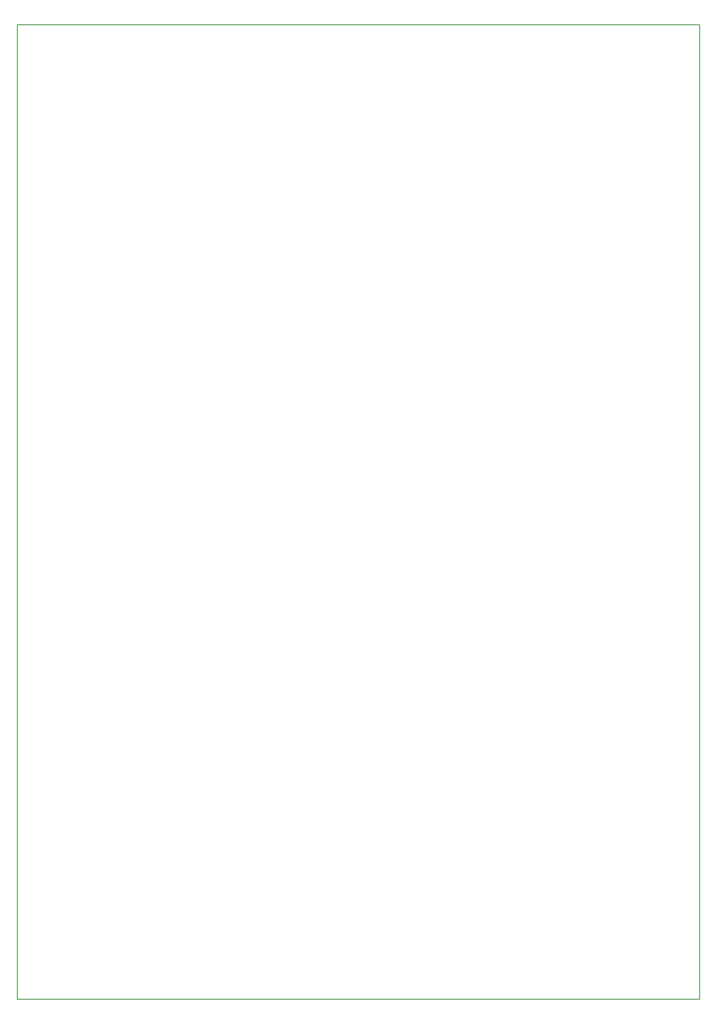
<source format=gbr>
%FSLAX33Y33*%
%MOMM*%
G04 EasyPC Gerber Version 17.0 Build 3379 *
%ADD87C,0.12700*%
X0Y0D02*
D02*
D87*
X2100Y2100D02*
X142100D01*
Y202100*
X2100*
Y2100*
X0Y0D02*
M02*

</source>
